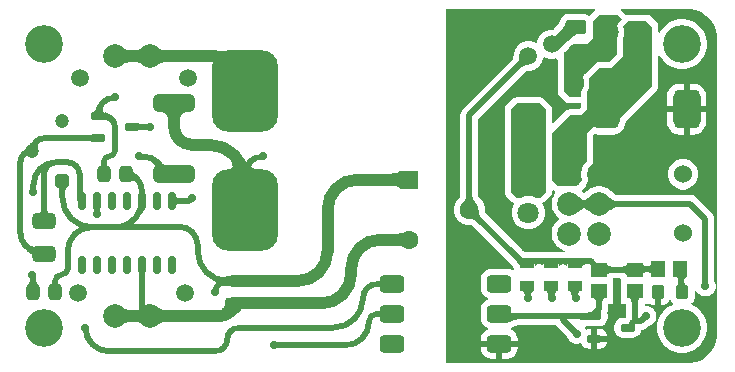
<source format=gtl>
G04*
G04 #@! TF.GenerationSoftware,Altium Limited,Altium Designer,22.11.1 (43)*
G04*
G04 Layer_Physical_Order=1*
G04 Layer_Color=255*
%FSLAX44Y44*%
%MOMM*%
G71*
G04*
G04 #@! TF.SameCoordinates,C72771D2-38F8-48C7-9277-F5F912310F7B*
G04*
G04*
G04 #@! TF.FilePolarity,Positive*
G04*
G01*
G75*
%ADD15C,0.5000*%
%ADD17R,1.3500X1.1500*%
G04:AMPARAMS|DCode=18|XSize=0.65mm|YSize=1.25mm|CornerRadius=0.1625mm|HoleSize=0mm|Usage=FLASHONLY|Rotation=90.000|XOffset=0mm|YOffset=0mm|HoleType=Round|Shape=RoundedRectangle|*
%AMROUNDEDRECTD18*
21,1,0.6500,0.9250,0,0,90.0*
21,1,0.3250,1.2500,0,0,90.0*
1,1,0.3250,0.4625,0.1625*
1,1,0.3250,0.4625,-0.1625*
1,1,0.3250,-0.4625,-0.1625*
1,1,0.3250,-0.4625,0.1625*
%
%ADD18ROUNDEDRECTD18*%
G04:AMPARAMS|DCode=19|XSize=1.35mm|YSize=1.15mm|CornerRadius=0.2875mm|HoleSize=0mm|Usage=FLASHONLY|Rotation=90.000|XOffset=0mm|YOffset=0mm|HoleType=Round|Shape=RoundedRectangle|*
%AMROUNDEDRECTD19*
21,1,1.3500,0.5750,0,0,90.0*
21,1,0.7750,1.1500,0,0,90.0*
1,1,0.5750,0.2875,0.3875*
1,1,0.5750,0.2875,-0.3875*
1,1,0.5750,-0.2875,-0.3875*
1,1,0.5750,-0.2875,0.3875*
%
%ADD19ROUNDEDRECTD19*%
G04:AMPARAMS|DCode=20|XSize=1.95mm|YSize=1.4mm|CornerRadius=0.35mm|HoleSize=0mm|Usage=FLASHONLY|Rotation=180.000|XOffset=0mm|YOffset=0mm|HoleType=Round|Shape=RoundedRectangle|*
%AMROUNDEDRECTD20*
21,1,1.9500,0.7000,0,0,180.0*
21,1,1.2500,1.4000,0,0,180.0*
1,1,0.7000,-0.6250,0.3500*
1,1,0.7000,0.6250,0.3500*
1,1,0.7000,0.6250,-0.3500*
1,1,0.7000,-0.6250,-0.3500*
%
%ADD20ROUNDEDRECTD20*%
G04:AMPARAMS|DCode=21|XSize=5.6mm|YSize=6.9mm|CornerRadius=1.4mm|HoleSize=0mm|Usage=FLASHONLY|Rotation=180.000|XOffset=0mm|YOffset=0mm|HoleType=Round|Shape=RoundedRectangle|*
%AMROUNDEDRECTD21*
21,1,5.6000,4.1000,0,0,180.0*
21,1,2.8000,6.9000,0,0,180.0*
1,1,2.8000,-1.4000,2.0500*
1,1,2.8000,1.4000,2.0500*
1,1,2.8000,1.4000,-2.0500*
1,1,2.8000,-1.4000,-2.0500*
%
%ADD21ROUNDEDRECTD21*%
G04:AMPARAMS|DCode=22|XSize=3.5mm|YSize=1.5mm|CornerRadius=0.375mm|HoleSize=0mm|Usage=FLASHONLY|Rotation=180.000|XOffset=0mm|YOffset=0mm|HoleType=Round|Shape=RoundedRectangle|*
%AMROUNDEDRECTD22*
21,1,3.5000,0.7500,0,0,180.0*
21,1,2.7500,1.5000,0,0,180.0*
1,1,0.7500,-1.3750,0.3750*
1,1,0.7500,1.3750,0.3750*
1,1,0.7500,1.3750,-0.3750*
1,1,0.7500,-1.3750,-0.3750*
%
%ADD22ROUNDEDRECTD22*%
G04:AMPARAMS|DCode=23|XSize=0.6mm|YSize=1.45mm|CornerRadius=0.15mm|HoleSize=0mm|Usage=FLASHONLY|Rotation=0.000|XOffset=0mm|YOffset=0mm|HoleType=Round|Shape=RoundedRectangle|*
%AMROUNDEDRECTD23*
21,1,0.6000,1.1500,0,0,0.0*
21,1,0.3000,1.4500,0,0,0.0*
1,1,0.3000,0.1500,-0.5750*
1,1,0.3000,-0.1500,-0.5750*
1,1,0.3000,-0.1500,0.5750*
1,1,0.3000,0.1500,0.5750*
%
%ADD23ROUNDEDRECTD23*%
%ADD24R,1.3000X0.9000*%
%ADD25R,1.1500X1.3500*%
G04:AMPARAMS|DCode=26|XSize=1.2mm|YSize=1.1mm|CornerRadius=0.275mm|HoleSize=0mm|Usage=FLASHONLY|Rotation=90.000|XOffset=0mm|YOffset=0mm|HoleType=Round|Shape=RoundedRectangle|*
%AMROUNDEDRECTD26*
21,1,1.2000,0.5500,0,0,90.0*
21,1,0.6500,1.1000,0,0,90.0*
1,1,0.5500,0.2750,0.3250*
1,1,0.5500,0.2750,-0.3250*
1,1,0.5500,-0.2750,-0.3250*
1,1,0.5500,-0.2750,0.3250*
%
%ADD26ROUNDEDRECTD26*%
G04:AMPARAMS|DCode=27|XSize=1.5mm|YSize=2.1mm|CornerRadius=0.375mm|HoleSize=0mm|Usage=FLASHONLY|Rotation=90.000|XOffset=0mm|YOffset=0mm|HoleType=Round|Shape=RoundedRectangle|*
%AMROUNDEDRECTD27*
21,1,1.5000,1.3500,0,0,90.0*
21,1,0.7500,2.1000,0,0,90.0*
1,1,0.7500,0.6750,0.3750*
1,1,0.7500,0.6750,-0.3750*
1,1,0.7500,-0.6750,-0.3750*
1,1,0.7500,-0.6750,0.3750*
%
%ADD27ROUNDEDRECTD27*%
G04:AMPARAMS|DCode=28|XSize=1.75mm|YSize=1.25mm|CornerRadius=0.3125mm|HoleSize=0mm|Usage=FLASHONLY|Rotation=180.000|XOffset=0mm|YOffset=0mm|HoleType=Round|Shape=RoundedRectangle|*
%AMROUNDEDRECTD28*
21,1,1.7500,0.6250,0,0,180.0*
21,1,1.1250,1.2500,0,0,180.0*
1,1,0.6250,-0.5625,0.3125*
1,1,0.6250,0.5625,0.3125*
1,1,0.6250,0.5625,-0.3125*
1,1,0.6250,-0.5625,-0.3125*
%
%ADD28ROUNDEDRECTD28*%
G04:AMPARAMS|DCode=29|XSize=1.3mm|YSize=1.1mm|CornerRadius=0.275mm|HoleSize=0mm|Usage=FLASHONLY|Rotation=0.000|XOffset=0mm|YOffset=0mm|HoleType=Round|Shape=RoundedRectangle|*
%AMROUNDEDRECTD29*
21,1,1.3000,0.5500,0,0,0.0*
21,1,0.7500,1.1000,0,0,0.0*
1,1,0.5500,0.3750,-0.2750*
1,1,0.5500,-0.3750,-0.2750*
1,1,0.5500,-0.3750,0.2750*
1,1,0.5500,0.3750,0.2750*
%
%ADD29ROUNDEDRECTD29*%
G04:AMPARAMS|DCode=30|XSize=3.3mm|YSize=2.3mm|CornerRadius=0.575mm|HoleSize=0mm|Usage=FLASHONLY|Rotation=270.000|XOffset=0mm|YOffset=0mm|HoleType=Round|Shape=RoundedRectangle|*
%AMROUNDEDRECTD30*
21,1,3.3000,1.1500,0,0,270.0*
21,1,2.1500,2.3000,0,0,270.0*
1,1,1.1500,-0.5750,-1.0750*
1,1,1.1500,-0.5750,1.0750*
1,1,1.1500,0.5750,1.0750*
1,1,1.1500,0.5750,-1.0750*
%
%ADD30ROUNDEDRECTD30*%
G04:AMPARAMS|DCode=31|XSize=0.9mm|YSize=1.3mm|CornerRadius=0.225mm|HoleSize=0mm|Usage=FLASHONLY|Rotation=270.000|XOffset=0mm|YOffset=0mm|HoleType=Round|Shape=RoundedRectangle|*
%AMROUNDEDRECTD31*
21,1,0.9000,0.8500,0,0,270.0*
21,1,0.4500,1.3000,0,0,270.0*
1,1,0.4500,-0.4250,-0.2250*
1,1,0.4500,-0.4250,0.2250*
1,1,0.4500,0.4250,0.2250*
1,1,0.4500,0.4250,-0.2250*
%
%ADD31ROUNDEDRECTD31*%
%ADD57C,1.0000*%
%ADD58C,2.0000*%
%ADD59C,1.6000*%
%ADD60R,1.6000X1.6000*%
%ADD61C,1.2000*%
G04:AMPARAMS|DCode=62|XSize=1.2mm|YSize=1.2mm|CornerRadius=0.3mm|HoleSize=0mm|Usage=FLASHONLY|Rotation=180.000|XOffset=0mm|YOffset=0mm|HoleType=Round|Shape=RoundedRectangle|*
%AMROUNDEDRECTD62*
21,1,1.2000,0.6000,0,0,180.0*
21,1,0.6000,1.2000,0,0,180.0*
1,1,0.6000,-0.3000,0.3000*
1,1,0.6000,0.3000,0.3000*
1,1,0.6000,0.3000,-0.3000*
1,1,0.6000,-0.3000,-0.3000*
%
%ADD62ROUNDEDRECTD62*%
%ADD63C,1.5240*%
G04:AMPARAMS|DCode=64|XSize=2mm|YSize=2mm|CornerRadius=0.5mm|HoleSize=0mm|Usage=FLASHONLY|Rotation=90.000|XOffset=0mm|YOffset=0mm|HoleType=Round|Shape=RoundedRectangle|*
%AMROUNDEDRECTD64*
21,1,2.0000,1.0000,0,0,90.0*
21,1,1.0000,2.0000,0,0,90.0*
1,1,1.0000,0.5000,0.5000*
1,1,1.0000,0.5000,-0.5000*
1,1,1.0000,-0.5000,-0.5000*
1,1,1.0000,-0.5000,0.5000*
%
%ADD64ROUNDEDRECTD64*%
%ADD65C,1.5000*%
%ADD66C,1.8000*%
%ADD67C,0.7000*%
%ADD68C,3.2000*%
G36*
X582009Y299024D02*
X586631Y297109D01*
X590792Y294329D01*
X594329Y290791D01*
X597109Y286631D01*
X599024Y282009D01*
X600000Y277102D01*
Y274600D01*
Y25400D01*
Y22898D01*
X599024Y17991D01*
X597109Y13369D01*
X594329Y9208D01*
X590792Y5670D01*
X586631Y2891D01*
X582009Y976D01*
X577102Y0D01*
X370000D01*
Y300000D01*
X496197D01*
X496583Y298730D01*
X496395Y298605D01*
X491395Y293605D01*
X490949Y293531D01*
X489723Y294472D01*
X487746Y295291D01*
X485625Y295570D01*
X474375D01*
X472254Y295291D01*
X470277Y294472D01*
X468580Y293170D01*
X467278Y291472D01*
X466459Y289496D01*
X466458Y289487D01*
X466400Y289361D01*
X466398Y289299D01*
X466373Y289241D01*
X466289Y288844D01*
X466208Y288614D01*
X466040Y288259D01*
X465120Y286781D01*
X464585Y286060D01*
X461724Y282782D01*
X461353Y282438D01*
X458230D01*
X455051Y281586D01*
X452200Y279940D01*
X449873Y277613D01*
X448227Y274762D01*
X447389Y271634D01*
X447320Y271414D01*
X446275Y270811D01*
X444825Y271648D01*
X441646Y272500D01*
X438354D01*
X435175Y271648D01*
X432325Y270002D01*
X429997Y267675D01*
X428352Y264825D01*
X427500Y261646D01*
Y260474D01*
X427404Y260043D01*
X427390Y259465D01*
X427356Y259102D01*
X427303Y258783D01*
X427233Y258504D01*
X427148Y258255D01*
X427050Y258030D01*
X426935Y257818D01*
X426800Y257612D01*
X426637Y257404D01*
X426306Y257045D01*
X426240Y256938D01*
X384651Y215349D01*
X383449Y213782D01*
X382693Y211958D01*
X382435Y210000D01*
Y142735D01*
X382407Y142618D01*
X382385Y142116D01*
X382350Y141849D01*
X382292Y141588D01*
X382209Y141324D01*
X382095Y141048D01*
X381944Y140755D01*
X381748Y140439D01*
X381501Y140099D01*
X381196Y139737D01*
X380722Y139243D01*
X380480Y138865D01*
X379597Y137982D01*
X377886Y135018D01*
X377000Y131712D01*
Y128288D01*
X377886Y124982D01*
X379597Y122018D01*
X382018Y119597D01*
X384982Y117886D01*
X388288Y117000D01*
X389537D01*
X389975Y116903D01*
X390660Y116889D01*
X391132Y116849D01*
X391547Y116784D01*
X391908Y116699D01*
X392223Y116598D01*
X392498Y116484D01*
X392744Y116356D01*
X392969Y116213D01*
X393183Y116048D01*
X393553Y115709D01*
X393656Y115646D01*
X423669Y85633D01*
X423750Y85506D01*
X423763Y85497D01*
X423771Y85485D01*
X424929Y84294D01*
X426740Y82229D01*
X427297Y81493D01*
X427690Y80896D01*
X427698Y80880D01*
X427698Y80876D01*
Y80471D01*
X427632Y80098D01*
X427698Y79795D01*
Y79167D01*
X426428Y78640D01*
X424534Y79425D01*
X422250Y79725D01*
X408750D01*
X406466Y79425D01*
X404337Y78543D01*
X402509Y77141D01*
X401107Y75313D01*
X400225Y73184D01*
X399925Y70900D01*
Y63400D01*
X400225Y61116D01*
X401107Y58987D01*
X402509Y57159D01*
X404337Y55757D01*
X405833Y55137D01*
Y53763D01*
X404337Y53143D01*
X402509Y51741D01*
X401107Y49913D01*
X400225Y47784D01*
X399925Y45500D01*
Y38000D01*
X400225Y35716D01*
X401107Y33587D01*
X402509Y31759D01*
X404337Y30357D01*
X405833Y29737D01*
Y28363D01*
X404337Y27743D01*
X402509Y26341D01*
X401107Y24513D01*
X400225Y22384D01*
X399925Y20100D01*
Y18850D01*
X415500D01*
X431076D01*
Y20100D01*
X430775Y22384D01*
X429893Y24513D01*
X428491Y26341D01*
X426663Y27743D01*
X425167Y28363D01*
Y29737D01*
X425288Y29787D01*
X425289Y29787D01*
X425297Y29791D01*
X426663Y30357D01*
X426778Y30446D01*
X426997Y30539D01*
X427042Y30584D01*
X427100Y30610D01*
X427561Y30942D01*
X427889Y31146D01*
X428218Y31323D01*
X428551Y31473D01*
X428891Y31600D01*
X429243Y31704D01*
X429613Y31787D01*
X430003Y31848D01*
X430419Y31887D01*
X431014Y31904D01*
X431148Y31935D01*
X463549D01*
X464151Y31151D01*
X472895Y22407D01*
X473079Y21719D01*
X474198Y19781D01*
X475781Y18198D01*
X477719Y17079D01*
X479881Y16500D01*
X482119D01*
X483478Y16864D01*
X484299Y17058D01*
X485108Y16090D01*
X485338Y15534D01*
X486400Y14150D01*
X487784Y13088D01*
X489395Y12421D01*
X491125Y12193D01*
X493250D01*
Y20500D01*
Y28807D01*
X491125D01*
X489395Y28579D01*
X488873Y28363D01*
X487989Y29894D01*
X488493Y31167D01*
X489051Y31171D01*
X489119Y31185D01*
X489125D01*
X489193Y31174D01*
X489512Y31185D01*
X494250D01*
X494307Y31193D01*
X500375D01*
X502104Y31421D01*
X503716Y32088D01*
X505100Y33150D01*
X506162Y34534D01*
X506829Y36146D01*
X507057Y37875D01*
Y41125D01*
X506901Y42314D01*
X506910Y42561D01*
X506845Y42733D01*
X506829Y42854D01*
X506822Y42872D01*
X507307Y44042D01*
X507565Y46000D01*
X507565Y46000D01*
Y49758D01*
X507596Y49897D01*
X507599Y50000D01*
X511750D01*
Y68500D01*
Y71651D01*
X511853Y71654D01*
X511992Y71685D01*
X518008D01*
X518147Y71654D01*
X518250Y71651D01*
Y68500D01*
Y50000D01*
X522401D01*
X522404Y49897D01*
X522435Y49758D01*
Y38818D01*
X522043Y38307D01*
X519625D01*
X517896Y38080D01*
X516284Y37412D01*
X514900Y36350D01*
X513838Y34966D01*
X513171Y33354D01*
X512943Y31625D01*
Y28375D01*
X513171Y26646D01*
X513838Y25034D01*
X514900Y23650D01*
X516284Y22588D01*
X517896Y21920D01*
X519625Y21693D01*
X528875D01*
X530605Y21920D01*
X532216Y22588D01*
X533600Y23650D01*
X534662Y25034D01*
X535330Y26646D01*
X535538Y28229D01*
X537167Y28443D01*
X538991Y29199D01*
X540558Y30401D01*
X541854Y31697D01*
X543281Y32079D01*
X545219Y33198D01*
X546802Y34781D01*
X547921Y36719D01*
X548500Y38881D01*
Y41119D01*
X547921Y43281D01*
X546802Y45219D01*
X545219Y46802D01*
X543281Y47921D01*
X541119Y48500D01*
X539428D01*
X538578Y49460D01*
X538498Y49712D01*
X538596Y50000D01*
X541750D01*
X541750Y50000D01*
X542987Y49920D01*
X544727Y49200D01*
X546750Y48933D01*
X547000D01*
Y60000D01*
X552000D01*
Y48933D01*
X552250D01*
X554273Y49200D01*
X556158Y49980D01*
X557777Y51223D01*
X559020Y52842D01*
X559313Y53549D01*
X560687D01*
X560980Y52842D01*
X562223Y51223D01*
X562666Y50883D01*
X562500Y49623D01*
X560053Y48610D01*
X556613Y46312D01*
X553688Y43387D01*
X551390Y39947D01*
X549807Y36126D01*
X549000Y32068D01*
Y27932D01*
X549807Y23874D01*
X551390Y20053D01*
X553688Y16613D01*
X556613Y13688D01*
X560053Y11390D01*
X563875Y9807D01*
X567932Y9000D01*
X572068D01*
X576125Y9807D01*
X579947Y11390D01*
X583387Y13688D01*
X586312Y16613D01*
X588610Y20053D01*
X590193Y23874D01*
X591000Y27932D01*
Y32068D01*
X590193Y36126D01*
X588610Y39947D01*
X586312Y43387D01*
X583387Y46312D01*
X579947Y48610D01*
X578331Y49279D01*
X578140Y50733D01*
X578777Y51223D01*
X580020Y52842D01*
X580801Y54727D01*
X581067Y56750D01*
Y60933D01*
X582337Y61273D01*
X583198Y59781D01*
X584781Y58198D01*
X586719Y57079D01*
X588881Y56500D01*
X591119D01*
X593281Y57079D01*
X595219Y58198D01*
X596802Y59781D01*
X597921Y61719D01*
X598500Y63881D01*
Y66119D01*
X597921Y68281D01*
X597565Y68898D01*
Y121821D01*
X597307Y123779D01*
X596551Y125603D01*
X595349Y127170D01*
X582420Y140099D01*
X580853Y141301D01*
X579029Y142057D01*
X577071Y142315D01*
X515910D01*
X515809Y142340D01*
X515251Y142371D01*
X514939Y142421D01*
X514582Y142517D01*
X514172Y142669D01*
X513706Y142891D01*
X513184Y143192D01*
X512675Y143538D01*
X511277Y144693D01*
X510545Y145405D01*
X510156Y145658D01*
X509412Y146401D01*
X506955Y148043D01*
X504225Y149173D01*
X501327Y149750D01*
X498373D01*
X495475Y149173D01*
X492745Y148043D01*
X490288Y146401D01*
X489544Y145658D01*
X489155Y145405D01*
X488371Y144643D01*
X487709Y144064D01*
X487364Y143795D01*
X486277Y144693D01*
X485827Y145131D01*
X485716Y146222D01*
X485814Y146688D01*
X485856Y146754D01*
X486982Y147618D01*
X488585Y149707D01*
X489593Y152139D01*
X489651Y152579D01*
X489657Y152586D01*
X489849Y153049D01*
X490128Y153467D01*
X490226Y153960D01*
X490418Y154423D01*
Y154925D01*
X490516Y155418D01*
X490418Y155910D01*
Y156412D01*
X489948Y158775D01*
Y160725D01*
X490328Y162638D01*
X491075Y164440D01*
X492159Y166062D01*
X493605Y167508D01*
X494710Y169162D01*
X495098Y171113D01*
X495098Y192888D01*
X496413Y194204D01*
X497444Y193777D01*
X500250Y193407D01*
X511750D01*
X514556Y193777D01*
X517171Y194860D01*
X519417Y196583D01*
X521140Y198829D01*
X522223Y201444D01*
X522593Y204250D01*
Y205383D01*
X548605Y231395D01*
X549710Y233049D01*
X550098Y235000D01*
Y259917D01*
X551344Y260165D01*
X551390Y260053D01*
X553688Y256613D01*
X556613Y253688D01*
X560053Y251390D01*
X563875Y249807D01*
X567932Y249000D01*
X572068D01*
X576125Y249807D01*
X579947Y251390D01*
X583387Y253688D01*
X586312Y256613D01*
X588610Y260053D01*
X590193Y263874D01*
X591000Y267932D01*
Y272068D01*
X590193Y276126D01*
X588610Y279947D01*
X586312Y283387D01*
X583387Y286312D01*
X579947Y288610D01*
X576125Y290193D01*
X572068Y291000D01*
X567932D01*
X563875Y290193D01*
X560053Y288610D01*
X556613Y286312D01*
X553688Y283387D01*
X551390Y279947D01*
X551344Y279835D01*
X550098Y280083D01*
Y285000D01*
X549710Y286951D01*
X548605Y288605D01*
X543605Y293605D01*
X541951Y294710D01*
X540000Y295098D01*
X525000D01*
X523049Y294710D01*
X522669Y294456D01*
X522500Y294710D01*
X518605Y298605D01*
X518417Y298730D01*
X518803Y300000D01*
X577102D01*
X582009Y299024D01*
D02*
G37*
G36*
X485396Y278034D02*
X484519Y278495D01*
X483523Y278696D01*
X482407Y278636D01*
X481172Y278316D01*
X479817Y277736D01*
X478343Y276896D01*
X476750Y275795D01*
X475037Y274435D01*
X473205Y272814D01*
X471254Y270933D01*
X471084Y271102D01*
X467023Y267667D01*
X462289Y277039D01*
X462452Y277026D01*
X462664Y277080D01*
X462926Y277203D01*
X463237Y277393D01*
X463597Y277651D01*
X464466Y278370D01*
X465292Y279139D01*
X465465Y279316D01*
X468558Y282859D01*
X469338Y283910D01*
X470523Y285815D01*
X470927Y286670D01*
X471206Y287459D01*
X471360Y288183D01*
X485396Y278034D01*
D02*
G37*
G36*
X127570Y266620D02*
X128069Y266280D01*
X128642Y265980D01*
X129285Y265720D01*
X130001Y265500D01*
X130789Y265320D01*
X131649Y265180D01*
X132581Y265080D01*
X134660Y265000D01*
Y255000D01*
X133584Y254980D01*
X131649Y254820D01*
X130789Y254680D01*
X130001Y254500D01*
X129285Y254280D01*
X128642Y254020D01*
X128069Y253720D01*
X127570Y253380D01*
X127141Y253000D01*
Y267000D01*
X127570Y266620D01*
D02*
G37*
G36*
X112858Y253000D02*
X112430Y253380D01*
X111931Y253720D01*
X111358Y254020D01*
X110715Y254280D01*
X109999Y254500D01*
X109211Y254680D01*
X108351Y254820D01*
X107419Y254920D01*
X105340Y255000D01*
Y265000D01*
X106415Y265020D01*
X108351Y265180D01*
X109211Y265320D01*
X109999Y265500D01*
X110715Y265720D01*
X111358Y265980D01*
X111931Y266280D01*
X112430Y266620D01*
X112858Y267000D01*
Y253000D01*
D02*
G37*
G36*
X97570Y266620D02*
X98069Y266280D01*
X98642Y265980D01*
X99285Y265720D01*
X100001Y265500D01*
X100789Y265320D01*
X101649Y265180D01*
X102581Y265080D01*
X104660Y265000D01*
Y255000D01*
X103585Y254980D01*
X101649Y254820D01*
X100789Y254680D01*
X100001Y254500D01*
X99285Y254280D01*
X98642Y254020D01*
X98069Y253720D01*
X97570Y253380D01*
X97141Y253000D01*
Y267000D01*
X97570Y266620D01*
D02*
G37*
G36*
X439925Y252500D02*
X439169Y252483D01*
X438439Y252415D01*
X437737Y252296D01*
X437062Y252127D01*
X436415Y251907D01*
X435795Y251637D01*
X435201Y251316D01*
X434636Y250945D01*
X434097Y250523D01*
X433586Y250050D01*
X430050Y253586D01*
X430523Y254097D01*
X430945Y254636D01*
X431316Y255201D01*
X431637Y255795D01*
X431907Y256415D01*
X432127Y257062D01*
X432296Y257737D01*
X432415Y258439D01*
X432483Y259168D01*
X432500Y259925D01*
X439925Y252500D01*
D02*
G37*
G36*
X518895Y291105D02*
X516753Y288963D01*
X516383Y288408D01*
X515943Y287907D01*
X515835Y287589D01*
X515648Y287309D01*
X515518Y286655D01*
X515304Y286024D01*
X515326Y285688D01*
X515260Y285358D01*
X515390Y284704D01*
X515434Y284039D01*
X516202Y281172D01*
Y278828D01*
X515595Y276564D01*
X515585Y276546D01*
X515477Y276228D01*
X515290Y275948D01*
X515160Y275294D01*
X514946Y274662D01*
X514968Y274327D01*
X514902Y273997D01*
Y262112D01*
X507888Y255098D01*
X500000D01*
X498049Y254710D01*
X496395Y253605D01*
X487809Y245019D01*
X487622Y244739D01*
X487369Y244517D01*
X487074Y243919D01*
X486704Y243365D01*
X486638Y243035D01*
X486489Y242733D01*
X486446Y242068D01*
X486316Y241414D01*
X486381Y241084D01*
X486359Y240748D01*
X486469Y239916D01*
Y235084D01*
X486334Y234058D01*
X486067Y233412D01*
X485956Y233268D01*
X485661Y232670D01*
X485290Y232115D01*
X485224Y231786D01*
X485076Y231484D01*
X485032Y230819D01*
X484902Y230164D01*
Y225000D01*
X475000D01*
X470000Y230000D01*
Y262474D01*
X470320Y263028D01*
X471277Y263762D01*
X474749Y267235D01*
X474792Y267262D01*
X476665Y269068D01*
X477719Y270000D01*
X490000D01*
X495000Y275000D01*
Y290000D01*
X500000Y295000D01*
X515000D01*
X518895Y291105D01*
D02*
G37*
G36*
X80280Y217352D02*
X80006Y216443D01*
X79810Y215629D01*
X79692Y214911D01*
X79652Y214288D01*
X79690Y213761D01*
X79806Y213329D01*
X80001Y212992D01*
X80273Y212750D01*
X80624Y212604D01*
X81052Y212554D01*
X70630Y212621D01*
X71111Y212668D01*
X71575Y212813D01*
X72023Y213059D01*
X72454Y213403D01*
X72868Y213846D01*
X73266Y214389D01*
X73648Y215031D01*
X74013Y215773D01*
X74362Y216613D01*
X74694Y217553D01*
X80280Y217352D01*
D02*
G37*
G36*
X81828Y212319D02*
X82155Y212218D01*
X83145Y211845D01*
X86475Y210407D01*
X85889Y204468D01*
X85034Y204844D01*
X81771Y206066D01*
X81320Y206178D01*
X80938Y206246D01*
X80623Y206270D01*
X80375Y206249D01*
X81525Y212275D01*
X81513Y212347D01*
X81615Y212362D01*
X81828Y212319D01*
D02*
G37*
G36*
X455051Y258290D02*
X458230Y257438D01*
X461521D01*
X463632Y258003D01*
X464902Y257029D01*
Y230000D01*
X465290Y228049D01*
X466395Y226395D01*
X471395Y221395D01*
X473049Y220290D01*
X475000Y219902D01*
X484902D01*
Y217112D01*
X482888Y215098D01*
X475000D01*
X473049Y214710D01*
X471395Y213605D01*
X461271Y203481D01*
X460098Y203967D01*
Y215000D01*
X459710Y216951D01*
X458605Y218605D01*
X453605Y223605D01*
X451951Y224710D01*
X450000Y225098D01*
X430000D01*
X428049Y224710D01*
X426395Y223605D01*
X421395Y218605D01*
X420290Y216951D01*
X419902Y215000D01*
Y145000D01*
X420290Y143049D01*
X421395Y141395D01*
X426395Y136395D01*
X428049Y135290D01*
X428224Y134904D01*
X426954Y132704D01*
X426000Y129143D01*
Y125457D01*
X426954Y121896D01*
X428797Y118704D01*
X431404Y116097D01*
X434596Y114254D01*
X438157Y113300D01*
X441843D01*
X445404Y114254D01*
X448596Y116097D01*
X451203Y118704D01*
X453046Y121896D01*
X454000Y125457D01*
Y129143D01*
X453046Y132704D01*
X452252Y134080D01*
X451951Y135290D01*
X453605Y136395D01*
X458605Y141395D01*
X459710Y143049D01*
X460098Y145000D01*
Y146033D01*
X461271Y146519D01*
X461395Y146395D01*
X462649Y145558D01*
X462877Y145040D01*
X463008Y144332D01*
X462994Y144006D01*
X461557Y141855D01*
X460426Y139125D01*
X459850Y136227D01*
Y133273D01*
X460426Y130375D01*
X461557Y127645D01*
X463199Y125188D01*
X465288Y123099D01*
X465608Y122885D01*
Y121615D01*
X465288Y121401D01*
X463199Y119312D01*
X461557Y116855D01*
X460426Y114125D01*
X459850Y111227D01*
Y108273D01*
X460426Y105375D01*
X461557Y102645D01*
X463199Y100188D01*
X465288Y98099D01*
X467745Y96457D01*
X470475Y95326D01*
X470648Y95292D01*
X470537Y94019D01*
X469682Y94000D01*
X466814D01*
X466329Y94007D01*
X466212Y94015D01*
X466095Y94000D01*
X466049D01*
X465733Y94067D01*
X465711Y94063D01*
X465688Y94067D01*
X465342Y94000D01*
X459547D01*
X459055Y94065D01*
X452773D01*
X452760Y94067D01*
X450760Y94080D01*
X450668Y94098D01*
X450657Y94096D01*
X450647Y94098D01*
X448910Y94091D01*
X447760Y94098D01*
X447744Y94095D01*
X447729Y94098D01*
X447667Y94086D01*
X445847Y94078D01*
X445780Y94065D01*
X445757D01*
X445692Y94075D01*
X445542Y94070D01*
X445518Y94065D01*
X436907D01*
X435564Y95212D01*
X434576Y96168D01*
X434446Y96252D01*
X404354Y126344D01*
X404291Y126447D01*
X403952Y126817D01*
X403787Y127031D01*
X403644Y127256D01*
X403516Y127502D01*
X403402Y127777D01*
X403301Y128092D01*
X403216Y128453D01*
X403151Y128868D01*
X403111Y129340D01*
X403097Y130025D01*
X403000Y130463D01*
Y131712D01*
X402114Y135018D01*
X400403Y137982D01*
X399520Y138865D01*
X399278Y139243D01*
X398804Y139737D01*
X398499Y140099D01*
X398252Y140439D01*
X398056Y140755D01*
X397905Y141048D01*
X397791Y141324D01*
X397708Y141588D01*
X397650Y141849D01*
X397615Y142116D01*
X397593Y142618D01*
X397565Y142735D01*
Y206867D01*
X436939Y246241D01*
X437045Y246306D01*
X437404Y246637D01*
X437612Y246800D01*
X437818Y246935D01*
X438030Y247050D01*
X438256Y247148D01*
X438504Y247232D01*
X438784Y247303D01*
X439102Y247356D01*
X439465Y247390D01*
X440043Y247404D01*
X440475Y247500D01*
X441646D01*
X444825Y248352D01*
X447675Y249998D01*
X450003Y252325D01*
X451648Y255175D01*
X452486Y258304D01*
X452555Y258524D01*
X453600Y259127D01*
X455051Y258290D01*
D02*
G37*
G36*
X149050Y212429D02*
X148200Y212128D01*
X147450Y211626D01*
X146800Y210924D01*
X146250Y210021D01*
X145800Y208918D01*
X145450Y207614D01*
X145200Y206109D01*
X145050Y204404D01*
X145000Y202498D01*
X135000D01*
X134950Y204404D01*
X134800Y206109D01*
X134550Y207614D01*
X134200Y208918D01*
X133750Y210021D01*
X133200Y210924D01*
X132550Y211626D01*
X131800Y212128D01*
X130950Y212429D01*
X130000Y212529D01*
X150000D01*
X149050Y212429D01*
D02*
G37*
G36*
X109723Y203008D02*
X110026Y202901D01*
X110405Y202807D01*
X110861Y202726D01*
X112003Y202600D01*
X113452Y202525D01*
X115208Y202500D01*
Y197500D01*
X114292Y197494D01*
X110861Y197274D01*
X110405Y197193D01*
X110026Y197099D01*
X109723Y196992D01*
X109497Y196873D01*
Y203127D01*
X109723Y203008D01*
D02*
G37*
G36*
X70503Y187373D02*
X70277Y187492D01*
X69974Y187599D01*
X69595Y187693D01*
X69139Y187774D01*
X67997Y187900D01*
X66548Y187975D01*
X64792Y188000D01*
Y193000D01*
X65708Y193006D01*
X69139Y193226D01*
X69595Y193307D01*
X69974Y193401D01*
X70277Y193508D01*
X70503Y193627D01*
Y187373D01*
D02*
G37*
G36*
X24602Y185405D02*
X24526Y185290D01*
X24481Y185145D01*
X24467Y184970D01*
X24485Y184765D01*
X24534Y184530D01*
X24615Y184265D01*
X24726Y183970D01*
X24869Y183645D01*
X25249Y182906D01*
X17313Y185365D01*
X17652Y185539D01*
X18731Y186180D01*
X18932Y186327D01*
X19105Y186468D01*
X19250Y186604D01*
X19367Y186734D01*
X19457Y186859D01*
X24602Y185405D01*
D02*
G37*
G36*
X17172Y174708D02*
X16787Y174907D01*
X16107Y175210D01*
X15813Y175315D01*
X15549Y175389D01*
X15316Y175432D01*
X15113Y175444D01*
X14940Y175425D01*
X14798Y175374D01*
X14686Y175293D01*
X13141Y180450D01*
X13269Y180546D01*
X13401Y180667D01*
X13536Y180815D01*
X13674Y180987D01*
X13816Y181185D01*
X14109Y181658D01*
X14415Y182234D01*
X14573Y182560D01*
X17172Y174708D01*
D02*
G37*
G36*
X83265Y169934D02*
X83385Y168561D01*
X83489Y168003D01*
X83624Y167530D01*
X83788Y167144D01*
X83982Y166844D01*
X84206Y166629D01*
X84460Y166500D01*
X84744Y166457D01*
X76756D01*
X77040Y166500D01*
X77294Y166629D01*
X77518Y166844D01*
X77712Y167144D01*
X77877Y167530D01*
X78011Y168003D01*
X78116Y168561D01*
X78190Y169205D01*
X78235Y169934D01*
X78250Y170750D01*
X83250D01*
X83265Y169934D01*
D02*
G37*
G36*
X128729Y170751D02*
X130194Y169323D01*
X130887Y168758D01*
X131553Y168294D01*
X132193Y167930D01*
X132807Y167665D01*
X133394Y167501D01*
X133955Y167436D01*
X134489Y167471D01*
X123022Y165597D01*
X123411Y165713D01*
X123676Y165914D01*
X123817Y166199D01*
X123834Y166568D01*
X123727Y167021D01*
X123496Y167560D01*
X123140Y168182D01*
X122661Y168889D01*
X122058Y169681D01*
X121331Y170557D01*
X127957Y171614D01*
X128729Y170751D01*
D02*
G37*
G36*
X200464Y171862D02*
X202464Y168946D01*
X202476Y168933D01*
X206021Y168696D01*
X205636Y167895D01*
X205342Y167179D01*
X205140Y166547D01*
X205086Y166281D01*
X205511Y165940D01*
X206539Y165302D01*
X207574Y164847D01*
X208614Y164573D01*
X209661Y164482D01*
X187016D01*
X187892Y164565D01*
X188581Y164812D01*
X189085Y165224D01*
X189402Y165801D01*
X189533Y166543D01*
X189478Y167450D01*
X189236Y168521D01*
X188808Y169758D01*
X188195Y171159D01*
X187394Y172725D01*
X199474Y173593D01*
X200464Y171862D01*
D02*
G37*
G36*
X104687Y164517D02*
X104788Y163974D01*
X104993Y163411D01*
X105300Y162829D01*
X105710Y162228D01*
X106223Y161607D01*
X106839Y160968D01*
X107557Y160309D01*
X109303Y158933D01*
X108497Y152415D01*
X107592Y153047D01*
X106055Y153973D01*
X105421Y154266D01*
X104879Y154447D01*
X104427Y154515D01*
X104065Y154470D01*
X103794Y154312D01*
X103613Y154042D01*
X103523Y153658D01*
X104688Y165041D01*
X104687Y164517D01*
D02*
G37*
G36*
X545000Y285000D02*
Y235000D01*
X515000Y205000D01*
X500000D01*
X490000Y195000D01*
X490000Y171113D01*
X488199Y169312D01*
X486557Y166855D01*
X485426Y164125D01*
X484850Y161227D01*
Y158273D01*
X485418Y155418D01*
X480000Y150000D01*
X465000D01*
X460000Y155000D01*
Y195000D01*
X475000Y210000D01*
X485000D01*
X490000Y215000D01*
Y230164D01*
X490520Y230842D01*
X491301Y232727D01*
X491567Y234750D01*
Y240250D01*
X491414Y241414D01*
X500000Y250000D01*
X510000D01*
X520000Y260000D01*
Y273997D01*
X520346Y274596D01*
X521300Y278157D01*
Y281843D01*
X520358Y285358D01*
X525000Y290000D01*
X540000D01*
X545000Y285000D01*
D02*
G37*
G36*
X331231Y147430D02*
X331130Y147995D01*
X330830Y148499D01*
X330331Y148945D01*
X329631Y149331D01*
X328731Y149658D01*
X327631Y149925D01*
X326330Y150133D01*
X324831Y150281D01*
X321231Y150400D01*
Y160400D01*
X323130Y160430D01*
X326330Y160667D01*
X327631Y160875D01*
X328731Y161142D01*
X329631Y161469D01*
X330331Y161855D01*
X330830Y162300D01*
X331130Y162805D01*
X331231Y163370D01*
Y147430D01*
D02*
G37*
G36*
X49910Y149358D02*
X49488Y149183D01*
X49116Y148893D01*
X48793Y148486D01*
X48520Y147963D01*
X48297Y147324D01*
X48123Y146568D01*
X47999Y145697D01*
X47925Y144709D01*
X47900Y143605D01*
X42900D01*
X42875Y144709D01*
X42801Y145697D01*
X42677Y146568D01*
X42503Y147324D01*
X42280Y147963D01*
X42007Y148486D01*
X41684Y148893D01*
X41312Y149183D01*
X40890Y149358D01*
X40419Y149416D01*
X50381D01*
X49910Y149358D01*
D02*
G37*
G36*
X62520Y148701D02*
X62578Y147959D01*
X62676Y147274D01*
X62814Y146646D01*
X62990Y146074D01*
X63205Y145558D01*
X63460Y145099D01*
X63754Y144696D01*
X64087Y144349D01*
X64460Y144059D01*
X58902Y143000D01*
X58635Y141796D01*
X58397Y141002D01*
X58187Y140618D01*
X58005Y140644D01*
X57850Y141081D01*
X57724Y141928D01*
X57626Y143185D01*
X57500Y149419D01*
X62500Y149498D01*
X62520Y148701D01*
D02*
G37*
G36*
X455000Y215000D02*
Y195492D01*
X454902Y195000D01*
Y155000D01*
X455000Y154508D01*
Y145000D01*
X450000Y140000D01*
X446003D01*
X445404Y140346D01*
X441843Y141300D01*
X438157D01*
X434596Y140346D01*
X433997Y140000D01*
X430000D01*
X425000Y145000D01*
Y215000D01*
X430000Y220000D01*
X450000D01*
X455000Y215000D01*
D02*
G37*
G36*
X492709Y127750D02*
X491829Y128605D01*
X490087Y130045D01*
X489225Y130630D01*
X488368Y131125D01*
X487517Y131530D01*
X487350Y131592D01*
X487183Y131530D01*
X486332Y131125D01*
X485475Y130630D01*
X484613Y130045D01*
X483745Y129370D01*
X482871Y128605D01*
X481992Y127750D01*
Y141750D01*
X482871Y140895D01*
X484613Y139455D01*
X485475Y138870D01*
X486332Y138375D01*
X487183Y137970D01*
X487350Y137908D01*
X487517Y137970D01*
X488368Y138375D01*
X489225Y138870D01*
X490087Y139455D01*
X490956Y140130D01*
X491829Y140895D01*
X492709Y141750D01*
Y127750D01*
D02*
G37*
G36*
X392531Y141676D02*
X392624Y140965D01*
X392779Y140266D01*
X392996Y139579D01*
X393275Y138904D01*
X393616Y138242D01*
X394019Y137591D01*
X394484Y136953D01*
X395011Y136327D01*
X395600Y135713D01*
X384400D01*
X384989Y136327D01*
X385516Y136953D01*
X385981Y137591D01*
X386384Y138242D01*
X386725Y138904D01*
X387004Y139579D01*
X387221Y140266D01*
X387376Y140965D01*
X387469Y141676D01*
X387500Y142399D01*
X392500D01*
X392531Y141676D01*
D02*
G37*
G36*
X141118Y141775D02*
X141269Y141350D01*
X141521Y140975D01*
X141873Y140650D01*
X142325Y140375D01*
X142879Y140150D01*
X143533Y139975D01*
X144287Y139850D01*
X145142Y139775D01*
X146098Y139750D01*
Y134750D01*
X145142Y134725D01*
X144287Y134650D01*
X143533Y134525D01*
X142879Y134350D01*
X142325Y134125D01*
X141873Y133850D01*
X141521Y133525D01*
X141269Y133150D01*
X141118Y132725D01*
X141068Y132250D01*
Y142250D01*
X141118Y141775D01*
D02*
G37*
G36*
X507871Y140895D02*
X509613Y139455D01*
X510475Y138870D01*
X511332Y138375D01*
X512183Y137970D01*
X513029Y137655D01*
X513869Y137430D01*
X514704Y137295D01*
X515532Y137250D01*
Y132250D01*
X514704Y132205D01*
X513869Y132070D01*
X513029Y131845D01*
X512183Y131530D01*
X511332Y131125D01*
X510475Y130630D01*
X509613Y130045D01*
X508745Y129370D01*
X507871Y128605D01*
X506992Y127750D01*
Y141750D01*
X507871Y140895D01*
D02*
G37*
G36*
X32525Y131044D02*
X32600Y130189D01*
X32725Y129434D01*
X32900Y128780D01*
X33125Y128227D01*
X33400Y127774D01*
X33725Y127422D01*
X34100Y127170D01*
X34525Y127019D01*
X35000Y126969D01*
X25000D01*
X25475Y127019D01*
X25900Y127170D01*
X26275Y127422D01*
X26600Y127774D01*
X26875Y128227D01*
X27100Y128780D01*
X27275Y129434D01*
X27400Y130189D01*
X27475Y131044D01*
X27500Y131999D01*
X32500D01*
X32525Y131044D01*
D02*
G37*
G36*
X77487Y130882D02*
X77492Y130494D01*
X77500Y126006D01*
X72500Y126000D01*
X72492Y126725D01*
X72304Y129108D01*
X72218Y129575D01*
X72116Y129990D01*
X71998Y130354D01*
X71865Y130666D01*
X71716Y130927D01*
X77484D01*
X77487Y130882D01*
D02*
G37*
G36*
X115260Y130441D02*
X115049Y130270D01*
X114816Y130025D01*
X114562Y129706D01*
X114287Y129314D01*
X113671Y128306D01*
X112968Y127001D01*
X112179Y125401D01*
X107984Y128160D01*
X108631Y129581D01*
X109611Y132121D01*
X109943Y133242D01*
X110170Y134262D01*
X110293Y135182D01*
X110310Y136002D01*
X110222Y136722D01*
X110030Y137343D01*
X109732Y137863D01*
X115260Y130441D01*
D02*
G37*
G36*
X398017Y129069D02*
X398087Y128254D01*
X398210Y127474D01*
X398385Y126729D01*
X398612Y126020D01*
X398892Y125345D01*
X399224Y124706D01*
X399609Y124102D01*
X400046Y123534D01*
X400535Y123000D01*
X397000Y119465D01*
X396466Y119954D01*
X395898Y120391D01*
X395294Y120776D01*
X394655Y121108D01*
X393980Y121388D01*
X393271Y121615D01*
X392526Y121790D01*
X391746Y121913D01*
X390930Y121983D01*
X390080Y122000D01*
X398000Y129920D01*
X398017Y129069D01*
D02*
G37*
G36*
X333487Y99000D02*
X333328Y99114D01*
X333085Y99216D01*
X332760Y99306D01*
X332351Y99384D01*
X331860Y99450D01*
X330627Y99546D01*
X328155Y99600D01*
Y109600D01*
X329062Y109606D01*
X332351Y109816D01*
X332760Y109894D01*
X333085Y109984D01*
X333328Y110086D01*
X333487Y110200D01*
Y99000D01*
D02*
G37*
G36*
X17670Y99930D02*
X19120Y99269D01*
X19780Y99030D01*
X20398Y98853D01*
X20973Y98736D01*
X21505Y98680D01*
X21995Y98686D01*
X22441Y98752D01*
X22844Y98880D01*
X20281Y89781D01*
X20351Y90243D01*
X20305Y90717D01*
X20141Y91204D01*
X19862Y91703D01*
X19466Y92214D01*
X18953Y92738D01*
X18323Y93274D01*
X17577Y93822D01*
X16714Y94383D01*
X15735Y94956D01*
X16880Y100352D01*
X17670Y99930D01*
D02*
G37*
G36*
X450668Y88982D02*
X452729Y88969D01*
Y81500D01*
X452679Y81975D01*
X452529Y82400D01*
X452279Y82775D01*
X451929Y83100D01*
X451479Y83375D01*
X450929Y83600D01*
X450279Y83775D01*
X449529Y83900D01*
X449195Y83929D01*
X448860Y83900D01*
X448106Y83775D01*
X447453Y83600D01*
X446900Y83375D01*
X446447Y83100D01*
X446094Y82775D01*
X445842Y82400D01*
X445689Y81975D01*
X445637Y81500D01*
X445668Y88969D01*
X445718Y88975D01*
X445868Y88981D01*
X447729Y88988D01*
Y89000D01*
X448905Y88993D01*
X450668Y89000D01*
Y88982D01*
D02*
G37*
G36*
X472729Y81357D02*
X472679Y81832D01*
X472529Y82257D01*
X472279Y82632D01*
X471929Y82957D01*
X471479Y83232D01*
X470929Y83457D01*
X470279Y83632D01*
X469529Y83757D01*
X469195Y83786D01*
X468860Y83757D01*
X468106Y83632D01*
X467453Y83457D01*
X466900Y83232D01*
X466447Y82957D01*
X466094Y82632D01*
X465842Y82257D01*
X465689Y81832D01*
X465637Y81357D01*
X465668Y88969D01*
X465718Y88948D01*
X465868Y88929D01*
X466118Y88912D01*
X468554Y88875D01*
X472729Y88969D01*
Y81357D01*
D02*
G37*
G36*
X544281Y74625D02*
X544230Y75100D01*
X544081Y75525D01*
X543830Y75900D01*
X543480Y76225D01*
X543031Y76500D01*
X542481Y76725D01*
X541830Y76900D01*
X541081Y77025D01*
X540496Y77077D01*
X539908Y77025D01*
X539154Y76900D01*
X538500Y76725D01*
X537947Y76500D01*
X537494Y76225D01*
X537142Y75900D01*
X536890Y75525D01*
X536739Y75100D01*
X536689Y74625D01*
Y84625D01*
X536739Y84150D01*
X536890Y83725D01*
X537142Y83350D01*
X537494Y83025D01*
X537947Y82750D01*
X538500Y82525D01*
X539154Y82350D01*
X539908Y82225D01*
X540496Y82173D01*
X541081Y82225D01*
X541830Y82350D01*
X542481Y82525D01*
X543031Y82750D01*
X543480Y83025D01*
X543830Y83350D01*
X544081Y83725D01*
X544230Y84150D01*
X544281Y84625D01*
Y74625D01*
D02*
G37*
G36*
X485718Y88948D02*
X485868Y88929D01*
X486118Y88912D01*
X489718Y88858D01*
X490668Y88857D01*
Y83857D01*
X489714Y83832D01*
X488860Y83757D01*
X488106Y83632D01*
X487453Y83457D01*
X486900Y83232D01*
X486447Y82957D01*
X486094Y82632D01*
X485842Y82257D01*
X485689Y81832D01*
X485637Y81357D01*
X485668Y88969D01*
X485718Y88948D01*
D02*
G37*
G36*
X432132Y91439D02*
X434073Y89781D01*
X434911Y89190D01*
X435662Y88757D01*
X436325Y88483D01*
X436901Y88367D01*
X437389Y88409D01*
X437789Y88610D01*
X438102Y88969D01*
X432729Y80200D01*
X432917Y80683D01*
X432946Y81255D01*
X432816Y81917D01*
X432525Y82667D01*
X432074Y83506D01*
X431464Y84435D01*
X430694Y85452D01*
X428675Y87754D01*
X427425Y89039D01*
X431031Y92505D01*
X432132Y91439D01*
D02*
G37*
G36*
X523311Y74250D02*
X523261Y74725D01*
X523110Y75150D01*
X522858Y75525D01*
X522506Y75850D01*
X522053Y76125D01*
X521500Y76350D01*
X520846Y76525D01*
X520092Y76650D01*
X519236Y76725D01*
X518280Y76750D01*
Y81750D01*
X519236Y81775D01*
X520092Y81850D01*
X520846Y81975D01*
X521500Y82150D01*
X522053Y82375D01*
X522506Y82650D01*
X522858Y82975D01*
X523110Y83350D01*
X523261Y83775D01*
X523311Y84250D01*
Y74250D01*
D02*
G37*
G36*
X506739Y83775D02*
X506890Y83350D01*
X507142Y82975D01*
X507494Y82650D01*
X507947Y82375D01*
X508500Y82150D01*
X509154Y81975D01*
X509908Y81850D01*
X510764Y81775D01*
X511720Y81750D01*
Y76750D01*
X510764Y76725D01*
X509908Y76650D01*
X509154Y76525D01*
X508500Y76350D01*
X507947Y76125D01*
X507494Y75850D01*
X507142Y75525D01*
X506890Y75150D01*
X506739Y74725D01*
X506689Y74250D01*
Y84250D01*
X506739Y83775D01*
D02*
G37*
G36*
X184495Y69500D02*
X184884Y65159D01*
X184547Y65342D01*
X184159Y65471D01*
X183721Y65548D01*
X183232Y65573D01*
X182693Y65545D01*
X182103Y65465D01*
X181463Y65332D01*
X180772Y65146D01*
X179239Y64617D01*
X178990Y67768D01*
X178592Y67843D01*
X178651Y73017D01*
X179426Y72900D01*
X180875Y72799D01*
X181549Y72815D01*
X182189Y72875D01*
X182796Y72980D01*
X183368Y73129D01*
X183907Y73322D01*
X184412Y73559D01*
X184884Y73841D01*
X184495Y69500D01*
D02*
G37*
G36*
X115511Y76268D02*
X115446Y76022D01*
X115388Y75688D01*
X115338Y75266D01*
X115235Y73478D01*
X115200Y70901D01*
X110200D01*
X110196Y71847D01*
X109954Y76022D01*
X109889Y76268D01*
X109816Y76427D01*
X115584D01*
X115511Y76268D01*
D02*
G37*
G36*
X41756Y66714D02*
X36744D01*
X36750Y69250D01*
X41750D01*
X41756Y66714D01*
D02*
G37*
G36*
X23274Y70966D02*
X23346Y70232D01*
X23466Y69540D01*
X23635Y68892D01*
X23851Y68286D01*
X24115Y67724D01*
X24428Y67204D01*
X24788Y66728D01*
X25197Y66294D01*
X25654Y65904D01*
X15846D01*
X16303Y66294D01*
X16712Y66728D01*
X17072Y67204D01*
X17385Y67724D01*
X17649Y68286D01*
X17865Y68892D01*
X18034Y69540D01*
X18154Y70232D01*
X18226Y70966D01*
X18250Y71744D01*
X23250D01*
X23274Y70966D01*
D02*
G37*
G36*
X574220Y73281D02*
X573798Y73231D01*
X573420Y73081D01*
X573088Y72831D01*
X572799Y72481D01*
X572555Y72031D01*
X572355Y71480D01*
X572200Y70830D01*
X572089Y70080D01*
X572051Y69597D01*
X572099Y68979D01*
X572224Y68149D01*
X572398Y67438D01*
X572622Y66844D01*
X572896Y66368D01*
X573219Y66011D01*
X573592Y65772D01*
X574016Y65651D01*
X574488Y65648D01*
X565374Y64622D01*
X565683Y65065D01*
X565960Y65550D01*
X566203Y66075D01*
X566415Y66640D01*
X566594Y67246D01*
X566740Y67892D01*
X566854Y68579D01*
X566935Y69307D01*
X566946Y69568D01*
X566900Y70089D01*
X566775Y70843D01*
X566600Y71496D01*
X566375Y72049D01*
X566100Y72502D01*
X565775Y72855D01*
X565400Y73107D01*
X564975Y73259D01*
X564500Y73311D01*
X574220Y73281D01*
D02*
G37*
G36*
X483723Y61011D02*
X483298Y60860D01*
X482923Y60608D01*
X482598Y60256D01*
X482323Y59803D01*
X482098Y59250D01*
X481923Y58596D01*
X481798Y57842D01*
X481723Y56986D01*
X481698Y56031D01*
X476698D01*
X476673Y56986D01*
X476598Y57842D01*
X476473Y58596D01*
X476298Y59250D01*
X476073Y59803D01*
X475798Y60256D01*
X475473Y60608D01*
X475098Y60860D01*
X474673Y61011D01*
X474198Y61061D01*
X484198D01*
X483723Y61011D01*
D02*
G37*
G36*
X464142D02*
X463717Y60860D01*
X463342Y60608D01*
X463017Y60256D01*
X462742Y59803D01*
X462517Y59250D01*
X462342Y58596D01*
X462217Y57842D01*
X462142Y56986D01*
X462117Y56031D01*
X457117D01*
X457092Y56986D01*
X457017Y57842D01*
X456892Y58596D01*
X456717Y59250D01*
X456492Y59803D01*
X456217Y60256D01*
X455892Y60608D01*
X455517Y60860D01*
X455092Y61011D01*
X454617Y61061D01*
X464617D01*
X464142Y61011D01*
D02*
G37*
G36*
X444142D02*
X443717Y60860D01*
X443342Y60608D01*
X443017Y60256D01*
X442742Y59803D01*
X442517Y59250D01*
X442342Y58596D01*
X442217Y57842D01*
X442142Y56986D01*
X442117Y56031D01*
X437117D01*
X437092Y56986D01*
X437017Y57842D01*
X436892Y58596D01*
X436717Y59250D01*
X436492Y59803D01*
X436217Y60256D01*
X435892Y60608D01*
X435517Y60860D01*
X435092Y61011D01*
X434617Y61061D01*
X444617D01*
X444142Y61011D01*
D02*
G37*
G36*
X534525Y55011D02*
X534100Y54860D01*
X533725Y54608D01*
X533400Y54256D01*
X533125Y53803D01*
X532900Y53250D01*
X532725Y52596D01*
X532600Y51842D01*
X532525Y50986D01*
X532500Y50030D01*
X527500D01*
X527475Y50986D01*
X527400Y51842D01*
X527275Y52596D01*
X527100Y53250D01*
X526875Y53803D01*
X526600Y54256D01*
X526275Y54608D01*
X525900Y54860D01*
X525475Y55011D01*
X525000Y55061D01*
X535000D01*
X534525Y55011D01*
D02*
G37*
G36*
X504525D02*
X504100Y54860D01*
X503725Y54608D01*
X503400Y54256D01*
X503125Y53803D01*
X502900Y53250D01*
X502725Y52596D01*
X502600Y51842D01*
X502525Y50986D01*
X502500Y50030D01*
X497500D01*
X497475Y50986D01*
X497400Y51842D01*
X497275Y52596D01*
X497100Y53250D01*
X496875Y53803D01*
X496600Y54256D01*
X496275Y54608D01*
X495900Y54860D01*
X495475Y55011D01*
X495000Y55061D01*
X505000D01*
X504525Y55011D01*
D02*
G37*
G36*
X501768Y44232D02*
X501601Y44040D01*
X501474Y43835D01*
X501387Y43618D01*
X501339Y43388D01*
X501330Y43146D01*
X501361Y42891D01*
X501431Y42624D01*
X501540Y42344D01*
X501689Y42052D01*
X501877Y41747D01*
X490503Y42627D01*
X491147Y42779D01*
X491787Y42979D01*
X492422Y43226D01*
X493054Y43521D01*
X493680Y43863D01*
X494303Y44253D01*
X494921Y44690D01*
X495536Y45175D01*
X496751Y46286D01*
X501768Y44232D01*
D02*
G37*
G36*
X116002Y46174D02*
X116067Y46129D01*
X116555Y45885D01*
X117152Y45661D01*
X117856Y45457D01*
X118669Y45272D01*
X120621Y44961D01*
X115039Y39379D01*
X112858Y41905D01*
Y33000D01*
X112430Y33380D01*
X111931Y33720D01*
X111358Y34020D01*
X110715Y34280D01*
X109999Y34500D01*
X109211Y34680D01*
X108351Y34820D01*
X107419Y34920D01*
X105340Y35000D01*
Y45000D01*
X106415Y45020D01*
X108351Y45180D01*
X109211Y45320D01*
X109999Y45500D01*
X110154Y45548D01*
X110200Y47300D01*
X115200D01*
X115244Y47779D01*
X115376Y48211D01*
X115595Y48597D01*
X115903Y48936D01*
X116298Y49229D01*
X116781Y49475D01*
X117352Y49674D01*
X118010Y49826D01*
X118757Y49932D01*
X119591Y49992D01*
X116002Y46174D01*
D02*
G37*
G36*
X195116Y46159D02*
X196093Y46285D01*
X196709Y46201D01*
X196965Y45907D01*
X196859Y45404D01*
X196393Y44692D01*
X195566Y43770D01*
X194378Y42639D01*
X190919Y39747D01*
X188648Y37988D01*
X179500Y45000D01*
X180257Y45623D01*
X180935Y46281D01*
X181533Y46971D01*
X182052Y47696D01*
X182490Y48454D01*
X182849Y49246D01*
X183128Y50071D01*
X183328Y50931D01*
X183447Y51823D01*
X183487Y52750D01*
X195116Y46159D01*
D02*
G37*
G36*
X490503Y36373D02*
X490492Y36349D01*
X490387Y36328D01*
X490187Y36310D01*
X489016Y36269D01*
X486125Y36249D01*
X485909Y36984D01*
X484792Y37000D01*
Y40788D01*
X484656Y41250D01*
X484792Y41252D01*
Y42000D01*
X485708Y42006D01*
X489139Y42226D01*
X489595Y42307D01*
X489974Y42401D01*
X490277Y42508D01*
X490503Y42627D01*
Y36373D01*
D02*
G37*
G36*
X425936Y44025D02*
X426021Y43600D01*
X426225Y43225D01*
X426549Y42900D01*
X426992Y42625D01*
X427555Y42400D01*
X428237Y42225D01*
X429039Y42100D01*
X429961Y42025D01*
X431002Y42000D01*
X430862Y37000D01*
X430109Y36978D01*
X429375Y36910D01*
X428657Y36798D01*
X427958Y36640D01*
X427275Y36438D01*
X426610Y36190D01*
X425963Y35898D01*
X425333Y35561D01*
X424721Y35178D01*
X424126Y34751D01*
X425971Y44500D01*
X425936Y44025D01*
D02*
G37*
G36*
X127570Y46620D02*
X128069Y46280D01*
X128642Y45980D01*
X129285Y45720D01*
X130001Y45500D01*
X130789Y45320D01*
X131649Y45180D01*
X132581Y45080D01*
X134660Y45000D01*
Y35000D01*
X133584Y34980D01*
X131649Y34820D01*
X130789Y34680D01*
X130001Y34500D01*
X129285Y34280D01*
X128642Y34020D01*
X128069Y33720D01*
X127570Y33380D01*
X127141Y33000D01*
Y47000D01*
X127570Y46620D01*
D02*
G37*
G36*
X97570D02*
X98069Y46280D01*
X98642Y45980D01*
X99285Y45720D01*
X100001Y45500D01*
X100789Y45320D01*
X101649Y45180D01*
X102581Y45080D01*
X104660Y45000D01*
Y35000D01*
X103585Y34980D01*
X101649Y34820D01*
X100789Y34680D01*
X100001Y34500D01*
X99285Y34280D01*
X98642Y34020D01*
X98069Y33720D01*
X97570Y33380D01*
X97141Y33000D01*
Y47000D01*
X97570Y46620D01*
D02*
G37*
%LPC*%
G36*
X579750Y236593D02*
X576500D01*
Y217500D01*
X590593D01*
Y225750D01*
X590223Y228556D01*
X589140Y231171D01*
X587417Y233417D01*
X585171Y235140D01*
X582556Y236223D01*
X579750Y236593D01*
D02*
G37*
G36*
X571500D02*
X568250D01*
X565444Y236223D01*
X562829Y235140D01*
X560583Y233417D01*
X558860Y231171D01*
X557777Y228556D01*
X557407Y225750D01*
Y217500D01*
X571500D01*
Y236593D01*
D02*
G37*
G36*
X590593Y212500D02*
X576500D01*
Y193407D01*
X579750D01*
X582556Y193777D01*
X585171Y194860D01*
X587417Y196583D01*
X589140Y198829D01*
X590223Y201444D01*
X590593Y204250D01*
Y212500D01*
D02*
G37*
G36*
X571500D02*
X557407D01*
Y204250D01*
X557777Y201444D01*
X558860Y198829D01*
X560583Y196583D01*
X562829Y194860D01*
X565444Y193777D01*
X568250Y193407D01*
X571500D01*
Y212500D01*
D02*
G37*
G36*
X572612Y173000D02*
X569188D01*
X565882Y172114D01*
X562918Y170403D01*
X560498Y167982D01*
X558786Y165018D01*
X557900Y161712D01*
Y158288D01*
X558786Y154982D01*
X560498Y152018D01*
X562918Y149597D01*
X565882Y147886D01*
X569188Y147000D01*
X572612D01*
X575918Y147886D01*
X578882Y149597D01*
X581303Y152018D01*
X583014Y154982D01*
X583900Y158288D01*
Y161712D01*
X583014Y165018D01*
X581303Y167982D01*
X578882Y170403D01*
X575918Y172114D01*
X572612Y173000D01*
D02*
G37*
G36*
X500375Y28807D02*
X498250D01*
Y23000D01*
X506942D01*
X506829Y23854D01*
X506162Y25466D01*
X505100Y26850D01*
X503716Y27912D01*
X502104Y28579D01*
X500375Y28807D01*
D02*
G37*
G36*
X506942Y18000D02*
X498250D01*
Y12193D01*
X500375D01*
X502104Y12421D01*
X503716Y13088D01*
X505100Y14150D01*
X506162Y15534D01*
X506829Y17146D01*
X506942Y18000D01*
D02*
G37*
G36*
X431076Y13850D02*
X418000D01*
Y3774D01*
X422250D01*
X424534Y4075D01*
X426663Y4957D01*
X428491Y6359D01*
X429893Y8187D01*
X430775Y10316D01*
X431076Y12600D01*
Y13850D01*
D02*
G37*
G36*
X413000D02*
X399925D01*
Y12600D01*
X400225Y10316D01*
X401107Y8187D01*
X402509Y6359D01*
X404337Y4957D01*
X406466Y4075D01*
X408750Y3774D01*
X413000D01*
Y13850D01*
D02*
G37*
%LPD*%
D15*
X75000Y136850D02*
G03*
X74600Y137250I-400J0D01*
G01*
X45400Y140400D02*
G03*
X70800Y115000I25400J0D01*
G01*
X45000Y75000D02*
G03*
X39250Y69250I0J-5750D01*
G01*
X45000Y75000D02*
G03*
X50000Y80000I0J5000D01*
G01*
X70000Y115000D02*
G03*
X50000Y95000I0J-20000D01*
G01*
X90450Y115000D02*
G03*
X94908Y115451I0J22250D01*
G01*
D02*
G03*
X112700Y137250I-4458J21799D01*
G01*
Y146550D02*
G03*
X99250Y160000I-13450J0D01*
G01*
X184500Y69500D02*
G03*
X175000Y60000I0J-9500D01*
G01*
X160000Y94900D02*
G03*
X185400Y69500I25400J0D01*
G01*
X160000Y100000D02*
G03*
X144549Y115451I-15451J0D01*
G01*
X130000Y160000D02*
G03*
X115383Y174617I-14617J0D01*
G01*
X215000Y175000D02*
G03*
X200000Y160000I0J-15000D01*
G01*
X90000Y225000D02*
G03*
X75750Y210750I0J-14250D01*
G01*
X90000Y200000D02*
G03*
X80500Y209500I-9500J0D01*
G01*
X65000Y30000D02*
G03*
X85000Y10000I20000J0D01*
G01*
X20750Y74250D02*
G03*
X20000Y75000I-750J0D01*
G01*
X175000Y10000D02*
G03*
X185000Y20000I0J10000D01*
G01*
X195000Y30000D02*
G03*
X185000Y20000I0J-10000D01*
G01*
X312150Y67150D02*
G03*
X300000Y55000I0J-12150D01*
G01*
X275000Y30000D02*
G03*
X300000Y55000I0J25000D01*
G01*
X285000Y15000D02*
G03*
X305000Y35000I0J20000D01*
G01*
X311750Y41750D02*
G03*
X305000Y35000I0J-6750D01*
G01*
X10000Y110114D02*
G03*
X22727Y94808I15567J0D01*
G01*
X30500Y190500D02*
G03*
X20000Y180000I0J-10500D01*
G01*
D02*
G03*
X10000Y170000I0J-10000D01*
G01*
X112700Y47300D02*
G03*
X120000Y40000I7300J0D01*
G01*
X152250Y137250D02*
G03*
X155000Y140000I0J2750D01*
G01*
X40000Y170000D02*
G03*
X21000Y151000I0J-19000D01*
G01*
X60000Y160000D02*
G03*
X50000Y170000I-10000J0D01*
G01*
X40000D02*
G03*
X30000Y160000I0J-10000D01*
G01*
X85000Y175000D02*
G03*
X90000Y180000I0J5000D01*
G01*
X85000Y175000D02*
G03*
X80750Y170750I0J-4250D01*
G01*
X60000Y139150D02*
G03*
X61900Y137250I1900J0D01*
G01*
X472354Y134750D02*
X498180D01*
X470684Y136420D02*
X472354Y134750D01*
X498180D02*
X499850Y136420D01*
X530000Y35750D02*
Y60750D01*
X528000Y30750D02*
Y33750D01*
X530000Y60750D02*
X531000D01*
X524250Y30000D02*
X527250D01*
X528000Y33750D02*
X530000Y35750D01*
X527250Y30000D02*
X528000Y30750D01*
X535209Y35750D02*
X539459Y40000D01*
X540000D01*
X530000Y35750D02*
X535209D01*
X590000Y65000D02*
Y121821D01*
X577071Y134750D02*
X590000Y121821D01*
X499850Y134750D02*
X577071D01*
X433500Y86500D02*
X459055D01*
X390000Y130000D02*
X433500Y86500D01*
X494625Y40625D02*
X500000Y46000D01*
X417750Y39500D02*
X469500D01*
X569500Y61000D02*
X570500Y60000D01*
X568500Y80000D02*
X569500Y79000D01*
Y61000D02*
Y79000D01*
X439198Y65500D02*
X439617Y65081D01*
Y55383D02*
Y65081D01*
Y55383D02*
X440000Y55000D01*
X459198Y65500D02*
X459617Y65081D01*
Y55383D02*
Y65081D01*
Y55383D02*
X460000Y55000D01*
X479198Y55802D02*
X480000Y55000D01*
X479198Y55802D02*
Y65500D01*
Y86357D02*
X492821D01*
X459198D02*
X479198D01*
X390000Y130000D02*
Y210000D01*
X499000Y79250D02*
X530000D01*
X459055Y86500D02*
X459198Y86357D01*
X495750Y82500D02*
Y83428D01*
X492821Y86357D02*
X495750Y83428D01*
Y82500D02*
X499000Y79250D01*
X568500Y80000D02*
X568750Y80250D01*
X469500Y39500D02*
X495750D01*
X469500Y36500D02*
Y39500D01*
Y36500D02*
X481000Y25000D01*
X484656Y38750D02*
X494250D01*
X415500Y41750D02*
X417750Y39500D01*
X500000Y46000D02*
Y60750D01*
X75000Y126000D02*
Y136850D01*
X45400Y140400D02*
Y154600D01*
X39250Y60000D02*
Y69250D01*
X50000Y80000D02*
Y95000D01*
X70000Y115000D02*
X70800D01*
X90450D01*
X94908Y115451D02*
X144549D01*
X184500Y69500D02*
X185400D01*
X112700Y137250D02*
Y146550D01*
X160000Y94900D02*
Y100000D01*
X185400Y69500D02*
X190000D01*
X130000Y160000D02*
X140000D01*
X110383Y174617D02*
X115383D01*
X110000Y175000D02*
X110383Y174617D01*
X200000Y130000D02*
Y160000D01*
X75750Y209500D02*
Y210750D01*
Y209500D02*
X80500D01*
X20750Y60000D02*
Y74250D01*
X85000Y10000D02*
X175000D01*
X195000Y30000D02*
X275000D01*
X312150Y67150D02*
X324500D01*
X225000Y15000D02*
X285000D01*
X311750Y41750D02*
X324500D01*
X104250Y200000D02*
X120000D01*
X22727Y94808D02*
X22750D01*
X10000Y110114D02*
Y170000D01*
X530375Y79625D02*
X551500D01*
X112700Y47300D02*
Y82750D01*
X138100Y137250D02*
X152250D01*
X21000Y145000D02*
Y151000D01*
X30000Y120000D02*
Y160000D01*
X40000Y170000D02*
X50000D01*
X90000Y180000D02*
Y200000D01*
X80750Y160000D02*
Y170750D01*
X60000Y139150D02*
Y160000D01*
X22750Y94808D02*
X25567Y94547D01*
X30500Y190500D02*
X75750D01*
X390000Y210000D02*
X440000Y260000D01*
X530000Y79250D02*
X530375Y79625D01*
D17*
X530000Y60750D02*
D03*
Y79250D02*
D03*
X500000Y60750D02*
D03*
Y79250D02*
D03*
D18*
X524250Y30000D02*
D03*
X75750Y209500D02*
D03*
Y190500D02*
D03*
X104250Y200000D02*
D03*
X495750Y39500D02*
D03*
Y20500D02*
D03*
D19*
X80750Y160000D02*
D03*
X99250D02*
D03*
X20750Y60000D02*
D03*
X39250D02*
D03*
D20*
X30000Y92000D02*
D03*
Y120000D02*
D03*
D21*
X200000Y230000D02*
D03*
Y130000D02*
D03*
D22*
X140000Y160000D02*
D03*
Y220000D02*
D03*
D23*
X138100Y137250D02*
D03*
X125400D02*
D03*
X112700D02*
D03*
X100000D02*
D03*
X87300D02*
D03*
X74600D02*
D03*
X61900D02*
D03*
X138100Y82750D02*
D03*
X125400D02*
D03*
X112700D02*
D03*
X100000D02*
D03*
X87300D02*
D03*
X74600D02*
D03*
X61900D02*
D03*
D24*
X439198Y84500D02*
D03*
Y65500D02*
D03*
X459198Y84500D02*
D03*
Y65500D02*
D03*
X479198Y84500D02*
D03*
Y65500D02*
D03*
D25*
X568500Y80000D02*
D03*
X550000D02*
D03*
D26*
X549500Y60000D02*
D03*
X570500D02*
D03*
D27*
X324500Y67150D02*
D03*
Y41750D02*
D03*
Y16350D02*
D03*
X415500Y67150D02*
D03*
Y41750D02*
D03*
Y16350D02*
D03*
D28*
X480000Y284250D02*
D03*
Y255750D02*
D03*
D29*
Y237500D02*
D03*
Y202500D02*
D03*
D30*
X506000Y215000D02*
D03*
X574000D02*
D03*
D31*
X190000Y50500D02*
D03*
Y69500D02*
D03*
X210000Y50500D02*
D03*
Y69500D02*
D03*
X230000Y50500D02*
D03*
Y69500D02*
D03*
D57*
X244600D02*
G03*
X270000Y94900I0J25400D01*
G01*
X295400Y155400D02*
G03*
X270000Y130000I0J-25400D01*
G01*
X140000Y200000D02*
G03*
X155000Y185000I15000J0D01*
G01*
X200000Y154600D02*
G03*
X169600Y185000I-30400J0D01*
G01*
X179500Y40000D02*
G03*
X190000Y50500I0J10500D01*
G01*
X200000Y234600D02*
G03*
X174600Y260000I-25400J0D01*
G01*
X314600Y104600D02*
G03*
X290000Y80000I0J-24600D01*
G01*
X264600Y50500D02*
G03*
X290000Y75900I0J25400D01*
G01*
X459875Y269938D02*
X460832Y270894D01*
X477500Y284250D02*
X480000D01*
X464144Y270894D02*
X477500Y284250D01*
X460832Y270894D02*
X464144D01*
X230000Y69500D02*
X244600D01*
X270000Y94900D02*
Y130000D01*
X295400Y155400D02*
X339200D01*
X155000Y185000D02*
X169600D01*
X90000Y40000D02*
X120000D01*
X179500D01*
X140000Y200000D02*
Y220000D01*
X200000Y230000D02*
Y234600D01*
X120000Y260000D02*
X174600D01*
X90000D02*
X120000D01*
X290000Y75900D02*
Y80000D01*
X314600Y104600D02*
X339200D01*
X230000Y50500D02*
X264600D01*
X210000D02*
X230000D01*
X190000D02*
X210000D01*
Y69500D02*
X230000D01*
X190000D02*
X210000D01*
D58*
X499850Y134750D02*
D03*
X474850D02*
D03*
X120000Y40000D02*
D03*
X90000D02*
D03*
Y260000D02*
D03*
X120000D02*
D03*
X499850Y159750D02*
D03*
Y109750D02*
D03*
X474850D02*
D03*
D59*
X390000Y104600D02*
D03*
Y130000D02*
D03*
X339200Y104600D02*
D03*
D60*
Y155400D02*
D03*
D61*
X20000Y180000D02*
D03*
X45400Y205400D02*
D03*
D62*
Y154600D02*
D03*
D63*
X570900Y110000D02*
D03*
Y160000D02*
D03*
D64*
X474850Y159750D02*
D03*
D65*
X440000Y234600D02*
D03*
Y260000D02*
D03*
Y209200D02*
D03*
X149500Y59000D02*
D03*
X58500Y59000D02*
D03*
X60500Y241000D02*
D03*
X151500Y241000D02*
D03*
X459875Y269938D02*
D03*
D66*
X440000Y127300D02*
D03*
Y152700D02*
D03*
X532700Y280000D02*
D03*
X507300D02*
D03*
D67*
X540000Y40000D02*
D03*
X590000Y65000D02*
D03*
X440000Y55000D02*
D03*
X460000D02*
D03*
X480000D02*
D03*
X481000Y25000D02*
D03*
X75000Y126000D02*
D03*
X110000Y175000D02*
D03*
X215000D02*
D03*
X175000Y60000D02*
D03*
X20000Y75000D02*
D03*
X65000Y30000D02*
D03*
X225000Y15000D02*
D03*
X120000Y200000D02*
D03*
X90000Y225000D02*
D03*
X155000Y140000D02*
D03*
X21000Y145000D02*
D03*
D68*
X570000Y30000D02*
D03*
Y270000D02*
D03*
X30000Y30000D02*
D03*
Y270000D02*
D03*
M02*

</source>
